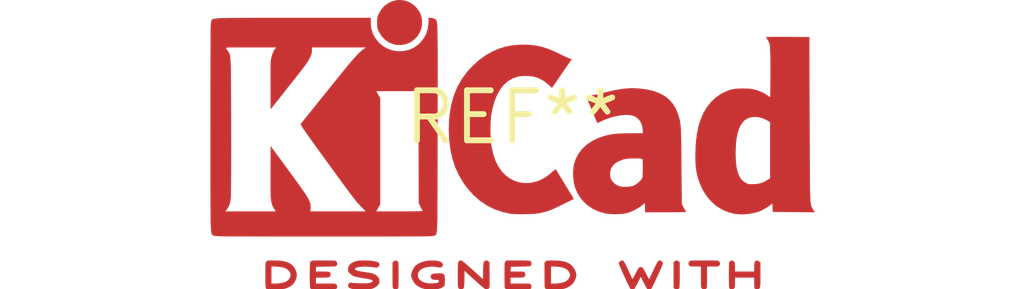
<source format=kicad_pcb>
(kicad_pcb (version 20240108) (generator pcbnew)
  (layers (0 "F.Cu" signal) (31 "B.Cu" signal) (34 "B.Paste" user) (35 "F.Paste" user) (36 "B.SilkS" user "B.Silkscreen") (37 "F.SilkS" user "F.Silkscreen") (38 "B.Mask" user) (39 "F.Mask" user) (44 "Edge.Cuts" user))
  (net 0 "")
  (footprint "KiCad-Logo2_6mm_Copper" (layer "F.Cu") (at 0 0)
    (property "Reference" "REF**")
    (property "Value" "KiCad-Logo2_6mm_Copper")
    (fp_poly (pts (xy 4.200322 3.642069) (xy 4.224035 3.656839) (xy 4.250686 3.678419) (xy 4.250686 3.999965) (xy 4.250601 4.094022) (xy 4.250237 4.168124) (xy 4.249432 4.224896) (xy 4.248021 4.26696) (xy 4.245841 4.29694) (xy 4.242729 4.317459) (xy 4.238522 4.331141) (xy 4.233056 4.340608) (xy 4.22918 4.345274) (xy 4.197742 4.365767) (xy 4.161941 4.364931) (xy 4.130581 4.347456) (xy 4.10393 4.325876) (xy 4.10393 3.678419) (xy 4.130581 3.656839) (xy 4.156302 3.641141) (xy 4.177308 3.635259) (xy 4.200322 3.642069)) (layer "F.Cu") (stroke (width 0.01)) (fill solid))
    (fp_poly (pts (xy -2.912114 3.657837) (xy -2.905534 3.66541) (xy -2.900371 3.675179) (xy -2.896456 3.689763) (xy -2.893616 3.711777) (xy -2.891679 3.74384) (xy -2.890475 3.788567) (xy -2.889831 3.848577) (xy -2.889576 3.926486) (xy -2.889537 4.002148) (xy -2.889606 4.095994) (xy -2.88993 4.169881) (xy -2.890678 4.226424) (xy -2.892024 4.268241) (xy -2.894138 4.297949) (xy -2.897192 4.318165) (xy -2.901358 4.331506) (xy -2.906808 4.34059) (xy -2.912114 4.346459) (xy -2.945118 4.366139) (xy -2.980283 4.364373) (xy -3.011747 4.342909) (xy -3.018976 4.334529) (xy -3.024626 4.324806) (xy -3.028891 4.311053) (xy -3.031965 4.290581) (xy -3.034044 4.260704) (xy -3.035322 4.218733) (xy -3.035993 4.161981) (xy -3.036251 4.087759) (xy -3.036292 4.003729) (xy -3.036292 3.690677) (xy -3.008583 3.662968) (xy -2.974429 3.639655) (xy -2.941298 3.638815) (xy -2.912114 3.657837)) (layer "F.Cu") (stroke (width 0.01)) (fill solid))
    (fp_poly (pts (xy -2.726079 -2.96351) (xy -2.622973 -2.927762) (xy -2.526978 -2.871493) (xy -2.441247 -2.794712) (xy -2.36893 -2.697427) (xy -2.336445 -2.636108) (xy -2.308332 -2.55034) (xy -2.294705 -2.451323) (xy -2.296214 -2.349529) (xy -2.312969 -2.257286) (xy -2.358763 -2.144568) (xy -2.425168 -2.046793) (xy -2.508809 -1.965885) (xy -2.606312 -1.903768) (xy -2.7143 -1.862366) (xy -2.829399 -1.843603) (xy -2.948234 -1.849402) (xy -3.006811 -1.861794) (xy -3.120972 -1.906203) (xy -3.222365 -1.973967) (xy -3.308545 -2.062999) (xy -3.377066 -2.171209) (xy -3.382864 -2.183027) (xy -3.402904 -2.227372) (xy -3.415487 -2.26472) (xy -3.422319 -2.30412) (xy -3.425105 -2.354619) (xy -3.425568 -2.409567) (xy -3.424803 -2.475585) (xy -3.421352 -2.523311) (xy -3.413477 -2.561897) (xy -3.399443 -2.600494) (xy -3.38212 -2.638574) (xy -3.317505 -2.746672) (xy -3.237934 -2.834197) (xy -3.14656 -2.901159) (xy -3.046536 -2.947564) (xy -2.941012 -2.973419) (xy -2.833142 -2.978732) (xy -2.726079 -2.96351)) (layer "F.Cu") (stroke (width 0.01)) (fill solid))
    (fp_poly (pts (xy 4.974773 3.635355) (xy 5.05348 3.635734) (xy 5.114571 3.636525) (xy 5.160525 3.637862) (xy 5.193822 3.639875) (xy 5.216944 3.642698) (xy 5.23237 3.646461) (xy 5.242579 3.651297) (xy 5.247521 3.655014) (xy 5.273165 3.68755) (xy 5.276267 3.72133) (xy 5.260419 3.752018) (xy 5.250056 3.764281) (xy 5.238904 3.772642) (xy 5.222743 3.777849) (xy 5.19735 3.780649) (xy 5.158506 3.781788) (xy 5.101988 3.782013) (xy 5.090888 3.782014) (xy 4.944952 3.782014) (xy 4.944952 4.052948) (xy 4.944856 4.138346) (xy 4.944419 4.204056) (xy 4.94342 4.252966) (xy 4.941636 4.287965) (xy 4.938845 4.311941) (xy 4.934825 4.327785) (xy 4.929353 4.338383) (xy 4.922374 4.346459) (xy 4.889442 4.366304) (xy 4.855062 4.36474) (xy 4.823884 4.342098) (xy 4.821594 4.339292) (xy 4.814137 4.328684) (xy 4.808455 4.316273) (xy 4.804309 4.299042) (xy 4.801458 4.273976) (xy 4.799662 4.238059) (xy 4.79868 4.188275) (xy 4.798272 4.121609) (xy 4.798197 4.045781) (xy 4.798197 3.782014) (xy 4.658835 3.782014) (xy 4.59903 3.78161) (xy 4.557626 3.780032) (xy 4.530456 3.776739) (xy 4.513354 3.771184) (xy 4.502151 3.762823) (xy 4.500791 3.76137) (xy 4.484433 3.728131) (xy 4.48588 3.690554) (xy 4.504686 3.657837) (xy 4.511958 3.65149) (xy 4.521335 3.646458) (xy 4.535317 3.642588) (xy 4.556404 3.639729) (xy 4.587097 3.637727) (xy 4.629897 3.636431) (xy 4.687303 3.63569) (xy 4.761818 3.63535) (xy 4.855941 3.63526) (xy 4.875968 3.635259) (xy 4.974773 3.635355)) (layer "F.Cu") (stroke (width 0.01)) (fill solid))
    (fp_poly (pts (xy 6.240531 3.640725) (xy 6.27191 3.662968) (xy 6.299619 3.690677) (xy 6.299619 4.000112) (xy 6.299546 4.091991) (xy 6.299203 4.164032) (xy 6.2984 4.218972) (xy 6.296949 4.259552) (xy 6.29466 4.288509) (xy 6.291344 4.308583) (xy 6.286813 4.322513) (xy 6.280877 4.333037) (xy 6.276222 4.339292) (xy 6.245491 4.363865) (xy 6.210204 4.366533) (xy 6.177953 4.351463) (xy 6.167296 4.342566) (xy 6.160172 4.330749) (xy 6.155875 4.311718) (xy 6.153699 4.281184) (xy 6.152936 4.234854) (xy 6.152863 4.199063) (xy 6.152863 4.064237) (xy 5.656152 4.064237) (xy 5.656152 4.186892) (xy 5.655639 4.242979) (xy 5.653584 4.281525) (xy 5.649216 4.307553) (xy 5.641764 4.326089) (xy 5.632755 4.339292) (xy 5.601852 4.363796) (xy 5.566904 4.366698) (xy 5.533446 4.349281) (xy 5.524312 4.340151) (xy 5.51786 4.328047) (xy 5.513605 4.309193) (xy 5.51106 4.279812) (xy 5.509737 4.236129) (xy 5.509151 4.174367) (xy 5.509083 4.160192) (xy 5.508599 4.043823) (xy 5.508349 3.947919) (xy 5.508431 3.870369) (xy 5.508939 3.809061) (xy 5.50997 3.761882) (xy 5.511621 3.726722) (xy 5.513987 3.701468) (xy 5.517165 3.684009) (xy 5.521252 3.672233) (xy 5.526342 3.664027) (xy 5.531974 3.657837) (xy 5.563836 3.638036) (xy 5.597065 3.640725) (xy 5.628443 3.662968) (xy 5.641141 3.677318) (xy 5.649234 3.69317) (xy 5.65375 3.715746) (xy 5.655714 3.75027) (xy 5.656152 3.801968) (xy 5.656152 3.917481) (xy 6.152863 3.917481) (xy 6.152863 3.798948) (xy 6.15337 3.74434) (xy 6.155406 3.707467) (xy 6.159743 3.683499) (xy 6.167155 3.667607) (xy 6.175441 3.657837) (xy 6.207302 3.638036) (xy 6.240531 3.640725)) (layer "F.Cu") (stroke (width 0.01)) (fill solid))
    (fp_poly (pts (xy 1.030017 3.635467) (xy 1.158996 3.639828) (xy 1.268699 3.653053) (xy 1.360934 3.675933) (xy 1.43751 3.709262) (xy 1.500235 3.75383) (xy 1.55092 3.810428) (xy 1.591371 3.87985) (xy 1.592167 3.881543) (xy 1.616309 3.943675) (xy 1.624911 3.998701) (xy 1.617939 4.054079) (xy 1.595362 4.117265) (xy 1.59108 4.126881) (xy 1.56188 4.183158) (xy 1.529064 4.226643) (xy 1.48671 4.263609) (xy 1.428898 4.300327) (xy 1.425539 4.302244) (xy 1.375212 4.326419) (xy 1.318329 4.344474) (xy 1.251235 4.357031) (xy 1.170273 4.364714) (xy 1.07179 4.368145) (xy 1.036994 4.368443) (xy 0.871302 4.369037) (xy 0.847905 4.339292) (xy 0.840965 4.329511) (xy 0.83555 4.318089) (xy 0.831473 4.302287) (xy 0.828545 4.279367) (xy 0.826575 4.246588) (xy 0.825933 4.222281) (xy 0.982552 4.222281) (xy 1.076434 4.222281) (xy 1.131372 4.220675) (xy 1.187768 4.216447) (xy 1.234053 4.210484) (xy 1.236847 4.209982) (xy 1.319056 4.187928) (xy 1.382822 4.154792) (xy 1.43016 4.109039) (xy 1.46309 4.049131) (xy 1.468816 4.033253) (xy 1.474429 4.008525) (xy 1.471999 3.984094) (xy 1.460175 3.951592) (xy 1.453048 3.935626) (xy 1.429708 3.893198) (xy 1.401588 3.863432) (xy 1.370648 3.842703) (xy 1.308674 3.815729) (xy 1.229359 3.79619) (xy 1.136961 3.784938) (xy 1.070041 3.782462) (xy 0.982552 3.782014) (xy 0.982552 4.222281) (xy 0.825933 4.222281) (xy 0.825376 4.201213) (xy 0.824758 4.140503) (xy 0.824533 4.061718) (xy 0.824508 4.000112) (xy 0.824508 3.690677) (xy 0.852217 3.662968) (xy 0.864514 3.651736) (xy 0.877811 3.644045) (xy 0.89638 3.639232) (xy 0.924494 3.636638) (xy 0.966425 3.635602) (xy 1.026445 3.635462) (xy 1.030017 3.635467)) (layer "F.Cu") (stroke (width 0.01)) (fill solid))
    (fp_poly (pts (xy -6.109663 3.635258) (xy -6.070181 3.635659) (xy -5.954492 3.638451) (xy -5.857603 3.646742) (xy -5.776211 3.661424) (xy -5.707015 3.683385) (xy -5.646712 3.713514) (xy -5.592 3.752702) (xy -5.572459 3.769724) (xy -5.540042 3.809555) (xy -5.510812 3.863605) (xy -5.488283 3.923515) (xy -5.475971 3.980931) (xy -5.474692 4.002148) (xy -5.482709 4.060961) (xy -5.504191 4.125205) (xy -5.535291 4.186013) (xy -5.572158 4.234522) (xy -5.578146 4.240374) (xy -5.628871 4.281513) (xy -5.684417 4.313627) (xy -5.747988 4.337557) (xy -5.822786 4.354145) (xy -5.912014 4.364233) (xy -6.018874 4.368661) (xy -6.06782 4.369037) (xy -6.130054 4.368737) (xy -6.17382 4.367484) (xy -6.203223 4.364746) (xy -6.222371 4.359993) (xy -6.235369 4.352693) (xy -6.242337 4.346459) (xy -6.248918 4.338886) (xy -6.25408 4.329116) (xy -6.257995 4.314532) (xy -6.260835 4.292518) (xy -6.262772 4.260456) (xy -6.263976 4.215728) (xy -6.26462 4.155718) (xy -6.264875 4.077809) (xy -6.264914 4.002148) (xy -6.265162 3.901233) (xy -6.265109 3.820619) (xy -6.264149 3.782014) (xy -6.118159 3.782014) (xy -6.118159 4.222281) (xy -6.025026 4.222196) (xy -5.968985 4.220588) (xy -5.910291 4.216448) (xy -5.86132 4.210656) (xy -5.85983 4.210418) (xy -5.780684 4.191282) (xy -5.719294 4.161479) (xy -5.672597 4.11907) (xy -5.642927 4.073153) (xy -5.624645 4.022218) (xy -5.626063 3.974392) (xy -5.64728 3.923125) (xy -5.688781 3.870091) (xy -5.74629 3.830792) (xy -5.821042 3.804523) (xy -5.871 3.795227) (xy -5.927708 3.788699) (xy -5.987811 3.783974) (xy -6.038931 3.782009) (xy -6.041959 3.782) (xy -6.118159 3.782014) (xy -6.264149 3.782014) (xy -6.263552 3.758043) (xy -6.25929 3.711247) (xy -6.251122 3.67797) (xy -6.237848 3.655951) (xy -6.218266 3.642931) (xy -6.191175 3.636649) (xy -6.155374 3.634845) (xy -6.109663 3.635258)) (layer "F.Cu") (stroke (width 0.01)) (fill solid))
    (fp_poly (pts (xy -1.288406 3.63964) (xy -1.26484 3.653465) (xy -1.234027 3.676073) (xy -1.19437 3.70853) (xy -1.144272 3.7519) (xy -1.082135 3.80725) (xy -1.006364 3.875643) (xy -0.919626 3.954276) (xy -0.739003 4.11807) (xy -0.733359 3.898221) (xy -0.731321 3.822543) (xy -0.729355 3.766186) (xy -0.727026 3.725898) (xy -0.723898 3.698427) (xy -0.719537 3.680521) (xy -0.713508 3.668929) (xy -0.705376 3.6604) (xy -0.701064 3.656815) (xy -0.666533 3.637862) (xy -0.633675 3.640633) (xy -0.60761 3.656825) (xy -0.580959 3.678391) (xy -0.577644 3.993343) (xy -0.576727 4.085971) (xy -0.57626 4.158736) (xy -0.576405 4.214353) (xy -0.577324 4.255534) (xy -0.579179 4.284995) (xy -0.582131 4.305447) (xy -0.586342 4.319605) (xy -0.591974 4.330183) (xy -0.598219 4.338666) (xy -0.611731 4.354399) (xy -0.625175 4.364828) (xy -0.640416 4.368831) (xy -0.659318 4.365286) (xy -0.683747 4.353071) (xy -0.715565 4.331063) (xy -0.75664 4.298141) (xy -0.808834 4.253183) (xy -0.874014 4.195067) (xy -0.947848 4.128291) (xy -1.213137 3.88765) (xy -1.218781 4.106781) (xy -1.220823 4.18232) (xy -1.222794 4.238546) (xy -1.225131 4.278716) (xy -1.228273 4.306088) (xy -1.232656 4.32392) (xy -1.238716 4.335471) (xy -1.246892 4.343999) (xy -1.251076 4.347474) (xy -1.288057 4.366564) (xy -1.323 4.363685) (xy -1.353428 4.339292) (xy -1.360389 4.329478) (xy -1.365815 4.318018) (xy -1.369895 4.30216) (xy -1.372821 4.279155) (xy -1.374784 4.246254) (xy -1.375975 4.200708) (xy -1.376584 4.139765) (xy -1.376803 4.060678) (xy -1.376826 4.002148) (xy -1.376752 3.910599) (xy -1.376405 3.838879) (xy -1.375593 3.784237) (xy -1.374125 3.743924) (xy -1.371811 3.71519) (xy -1.368459 3.695285) (xy -1.36388 3.68146) (xy -1.357881 3.670964) (xy -1.353428 3.665003) (xy -1.342142 3.650883) (xy -1.331593 3.640221) (xy -1.320185 3.634084) (xy -1.306322 3.633535) (xy -1.288406 3.63964)) (layer "F.Cu") (stroke (width 0.01)) (fill solid))
    (fp_poly (pts (xy -1.938373 3.640791) (xy -1.869857 3.652287) (xy -1.817235 3.670159) (xy -1.783 3.693691) (xy -1.773671 3.707116) (xy -1.764185 3.73834) (xy -1.770569 3.766587) (xy -1.790722 3.793374) (xy -1.822037 3.805905) (xy -1.867475 3.804888) (xy -1.902618 3.798098) (xy -1.980711 3.785163) (xy -2.060518 3.783934) (xy -2.149847 3.794433) (xy -2.174521 3.798882) (xy -2.257583 3.8223) (xy -2.322565 3.857137) (xy -2.368753 3.902796) (xy -2.395437 3.958686) (xy -2.400955 3.98758) (xy -2.397343 4.046204) (xy -2.374021 4.098071) (xy -2.333116 4.14217) (xy -2.276751 4.177491) (xy -2.207052 4.203021) (xy -2.126144 4.217751) (xy -2.036152 4.22067) (xy -1.939202 4.210767) (xy -1.933728 4.209833) (xy -1.895167 4.202651) (xy -1.873786 4.195713) (xy -1.864519 4.185419) (xy -1.862298 4.168168) (xy -1.862248 4.159033) (xy -1.862248 4.120681) (xy -1.930723 4.120681) (xy -1.991192 4.116539) (xy -2.032457 4.103339) (xy -2.056467 4.079922) (xy -2.065169 4.045128) (xy -2.065275 4.040586) (xy -2.060184 4.010846) (xy -2.042725 3.989611) (xy -2.010231 3.975558) (xy -1.960035 3.967365) (xy -1.911415 3.964353) (xy -1.840748 3.962625) (xy -1.78949 3.965262) (xy -1.754531 3.974992) (xy -1.732762 3.994545) (xy -1.721072 4.026648) (xy -1.716352 4.07403) (xy -1.715492 4.136263) (xy -1.716901 4.205727) (xy -1.72114 4.252978) (xy -1.728228 4.278204) (xy -1.729603 4.28018) (xy -1.76852 4.3117) (xy -1.825578 4.336662) (xy -1.897161 4.354532) (xy -1.97965 4.364778) (xy -2.069431 4.366865) (xy -2.162884 4.36026) (xy -2.217848 4.352148) (xy -2.304058 4.327746) (xy -2.384184 4.287854) (xy -2.451269 4.236079) (xy -2.461465 4.225731) (xy -2.494594 4.182227) (xy -2.524486 4.12831) (xy -2.547649 4.071784) (xy -2.56059 4.020451) (xy -2.56215 4.000736) (xy -2.55551 3.959611) (xy -2.53786 3.908444) (xy -2.512589 3.854586) (xy -2.483081 3.805387) (xy -2.457011 3.772526) (xy -2.396057 3.723644) (xy -2.317261 3.684737) (xy -2.223449 3.656686) (xy -2.117442 3.640371) (xy -2.020292 3.636384) (xy -1.938373 3.640791)) (layer "F.Cu") (stroke (width 0.01)) (fill solid))
    (fp_poly (pts (xy 0.242051 3.635452) (xy 0.318409 3.636366) (xy 0.376925 3.638503) (xy 0.419963 3.642367) (xy 0.449891 3.648459) (xy 0.469076 3.657282) (xy 0.479884 3.669338) (xy 0.484681 3.685131) (xy 0.485835 3.705162) (xy 0.485841 3.707527) (xy 0.484839 3.730184) (xy 0.480104 3.747695) (xy 0.469041 3.760766) (xy 0.449056 3.770105) (xy 0.417554 3.776419) (xy 0.37194 3.780414) (xy 0.309621 3.782798) (xy 0.228001 3.784278) (xy 0.202985 3.784606) (xy -0.039092 3.787659) (xy -0.042478 3.85257) (xy -0.045863 3.917481) (xy 0.122284 3.917481) (xy 0.187974 3.917723) (xy 0.23488 3.918748) (xy 0.266791 3.921003) (xy 0.287499 3.924934) (xy 0.300792 3.93099) (xy 0.310463 3.939616) (xy 0.310525 3.939685) (xy 0.328064 3.973304) (xy 0.32743 4.00964) (xy 0.309022 4.040615) (xy 0.305379 4.043799) (xy 0.292449 4.052004) (xy 0.274732 4.057713) (xy 0.248278 4.061354) (xy 0.20914 4.063359) (xy 0.15337 4.064156) (xy 0.117702 4.064237) (xy -0.044737 4.064237) (xy -0.044737 4.222281) (xy 0.201869 4.222281) (xy 0.283288 4.222423) (xy 0.345118 4.223006) (xy 0.390345 4.22426) (xy 0.421956 4.226419) (xy 0.442939 4.229715) (xy 0.456281 4.234381) (xy 0.464969 4.240649) (xy 0.467158 4.242925) (xy 0.483322 4.274472) (xy 0.484505 4.31036) (xy 0.471244 4.341477) (xy 0.460751 4.351463) (xy 0.449837 4.356961) (xy 0.432925 4.361214) (xy 0.407341 4.364372) (xy 0.370409 4.366584) (xy 0.319454 4.367998) (xy 0.251802 4.368764) (xy 0.164777 4.36903) (xy 0.145102 4.369037) (xy 0.056619 4.368979) (xy -0.012065 4.368659) (xy -0.063728 4.367859) (xy -0.101147 4.366359) (xy -0.127102 4.363941) (xy -0.14437 4.360386) (xy -0.15573 4.355474) (xy -0.16396 4.348987) (xy -0.168475 4.34433) (xy -0.175271 4.336081) (xy -0.18058 4.325861) (xy -0.184586 4.310992) (xy -0.187471 4.288794) (xy -0.189418 4.256585) (xy -0.190611 4.211688) (xy -0.191231 4.15142) (xy -0.191463 4.073103) (xy -0.191492 4.007186) (xy -0.191421 3.91482) (xy -0.191084 3.842309) (xy -0.190294 3.786929) (xy -0.188866 3.745957) (xy -0.186613 3.71667) (xy -0.183349 3.696345) (xy -0.178888 3.682258) (xy -0.173044 3.671687) (xy -0.168095 3.665003) (xy -0.144698 3.635259) (xy 0.145482 3.635259) (xy 0.242051 3.635452)) (layer "F.Cu") (stroke (width 0.01)) (fill solid))
    (fp_poly (pts (xy -4.701086 3.635338) (xy -4.631678 3.63571) (xy -4.579289 3.636577) (xy -4.541139 3.638138) (xy -4.514451 3.640595) (xy -4.496445 3.644149) (xy -4.484341 3.649002) (xy -4.475361 3.655353) (xy -4.47211 3.658276) (xy -4.452335 3.689334) (xy -4.448774 3.72502) (xy -4.461783 3.756702) (xy -4.467798 3.763105) (xy -4.477527 3.769313) (xy -4.493193 3.774102) (xy -4.5177 3.777706) (xy -4.553953 3.780356) (xy -4.604857 3.782287) (xy -4.673318 3.783731) (xy -4.735909 3.78461) (xy -4.983626 3.787659) (xy -4.987011 3.85257) (xy -4.990397 3.917481) (xy -4.82225 3.917481) (xy -4.749251 3.918111) (xy -4.695809 3.920745) (xy -4.65892 3.926501) (xy -4.63558 3.936496) (xy -4.622786 3.951848) (xy -4.617534 3.973674) (xy -4.616737 3.99393) (xy -4.619215 4.018784) (xy -4.628569 4.037098) (xy -4.647675 4.049829) (xy -4.67941 4.057933) (xy -4.726651 4.062368) (xy -4.792275 4.064091) (xy -4.828093 4.064237) (xy -4.98927 4.064237) (xy -4.98927 4.222281) (xy -4.740914 4.222281) (xy -4.659505 4.222394) (xy -4.597634 4.222904) (xy -4.55226 4.224062) (xy -4.520346 4.226122) (xy -4.498851 4.229338) (xy -4.484735 4.233964) (xy -4.47496 4.240251) (xy -4.469981 4.244859) (xy -4.452902 4.271752) (xy -4.447403 4.295659) (xy -4.455255 4.324859) (xy -4.469981 4.346459) (xy -4.477838 4.353258) (xy -4.48798 4.358538) (xy -4.503136 4.36249) (xy -4.526033 4.365305) (xy -4.559401 4.367174) (xy -4.605967 4.36829) (xy -4.668459 4.368843) (xy -4.749606 4.369025) (xy -4.791714 4.369037) (xy -4.88189 4.368957) (xy -4.952216 4.36859) (xy -5.005421 4.367744) (xy -5.044232 4.366228) (xy -5.071379 4.363851) (xy -5.08959 4.360421) (xy -5.101592 4.355746) (xy -5.110114 4.349636) (xy -5.113448 4.346459) (xy -5.120047 4.338862) (xy -5.125219 4.329062) (xy -5.129138 4.314431) (xy -5.131976 4.292344) (xy -5.133907 4.260174) (xy -5.135104 4.215295) (xy -5.13574 4.155081) (xy -5.135989 4.076905) (xy -5.136026 4.004115) (xy -5.135992 3.910899) (xy -5.135757 3.837623) (xy -5.135122 3.78165) (xy -5.133886 3.740343) (xy -5.131848 3.711064) (xy -5.128809 3.691176) (xy -5.124569 3.678042) (xy -5.118927 3.669024) (xy -5.111683 3.661485) (xy -5.109898 3.659804) (xy -5.101237 3.652364) (xy -5.091174 3.646601) (xy -5.076917 3.642304) (xy -5.055675 3.639256) (xy -5.024656 3.637243) (xy -4.981069 3.636052) (xy -4.922123 3.635467) (xy -4.845026 3.635275) (xy -4.790293 3.635259) (xy -4.701086 3.635338)) (layer "F.Cu") (stroke (width 0.01)) (fill solid))
    (fp_poly (pts (xy 3.756373 3.637226) (xy 3.775963 3.644227) (xy 3.776718 3.644569) (xy 3.803321 3.66487) (xy 3.817978 3.685753) (xy 3.820846 3.695544) (xy 3.820704 3.708553) (xy 3.816669 3.727087) (xy 3.807854 3.753449) (xy 3.793377 3.789944) (xy 3.772353 3.838879) (xy 3.743896 3.902557) (xy 3.707123 3.983285) (xy 3.686883 4.027408) (xy 3.650333 4.106177) (xy 3.616023 4.178615) (xy 3.58526 4.242072) (xy 3.559356 4.2939) (xy 3.539618 4.331451) (xy 3.527358 4.352076) (xy 3.524932 4.354925) (xy 3.493891 4.367494) (xy 3.458829 4.365811) (xy 3.430708 4.350524) (xy 3.429562 4.349281) (xy 3.418376 4.332346) (xy 3.399612 4.299362) (xy 3.375583 4.254572) (xy 3.348605 4.202224) (xy 3.338909 4.182934) (xy 3.265722 4.036342) (xy 3.185948 4.195585) (xy 3.157475 4.250607) (xy 3.131058 4.298324) (xy 3.108856 4.335085) (xy 3.093027 4.357236) (xy 3.087662 4.361933) (xy 3.045965 4.368294) (xy 3.011557 4.354925) (xy 3.001436 4.340638) (xy 2.983922 4.308884) (xy 2.960443 4.262789) (xy 2.932428 4.205477) (xy 2.901307 4.140072) (xy 2.868507 4.069699) (xy 2.835458 3.997483) (xy 2.803589 3.926547) (xy 2.774327 3.860017) (xy 2.749103 3.801018) (xy 2.729344 3.752673) (xy 2.71648 3.718107) (xy 2.711939 3.700445) (xy 2.711985 3.699805) (xy 2.723034 3.67758) (xy 2.745118 3.654945) (xy 2.746418 3.65396) (xy 2.773561 3.638617) (xy 2.798666 3.638766) (xy 2.808076 3.641658) (xy 2.819542 3.64791) (xy 2.831718 3.660206) (xy 2.846065 3.6811) (xy 2.864044 3.713141) (xy 2.887115 3.75888) (xy 2.916738 3.820869) (xy 2.943453 3.87809) (xy 2.974188 3.944418) (xy 3.001729 4.004066) (xy 3.024646 4.053917) (xy 3.041506 4.090856) (xy 3.050881 4.111765) (xy 3.052248 4.115037) (xy 3.058397 4.109689) (xy 3.07253 4.087301) (xy 3.092765 4.051138) (xy 3.117223 4.004469) (xy 3.126956 3.985214) (xy 3.159925 3.920196) (xy 3.185351 3.872846) (xy 3.20532 3.840411) (xy 3.221918 3.820138) (xy 3.237232 3.809274) (xy 3.253348 3.805067) (xy 3.263851 3.804592) (xy 3.282378 3.806234) (xy 3.298612 3.813023) (xy 3.314743 3.827758) (xy 3.332959 3.853236) (xy 3.355447 3.892253) (xy 3.384397 3.947606) (xy 3.40037 3.979095) (xy 3.426278 4.029279) (xy 3.448875 4.070896) (xy 3.466166 4.100434) (xy 3.476158 4.114381) (xy 3.477517 4.114962) (xy 3.483969 4.103985) (xy 3.498416 4.075482) (xy 3.519411 4.032436) (xy 3.545505 3.97783) (xy 3.575254 3.914646) (xy 3.589888 3.883263) (xy 3.627958 3.80227) (xy 3.658613 3.739948) (xy 3.683445 3.694263) (xy 3.704045 3.663181) (xy 3.722006 3.64467) (xy 3.738918 3.636696) (xy 3.756373 3.637226)) (layer "F.Cu") (stroke (width 0.01)) (fill solid))
    (fp_poly (pts (xy -3.679995 3.636543) (xy -3.60518 3.641773) (xy -3.535598 3.649942) (xy -3.475294 3.660742) (xy -3.428312 3.673865) (xy -3.398698 3.689005) (xy -3.394152 3.693461) (xy -3.378346 3.728042) (xy -3.383139 3.763543) (xy -3.407656 3.793917) (xy -3.408826 3.794788) (xy -3.423246 3.804146) (xy -3.4383 3.809068) (xy -3.459297 3.809665) (xy -3.491549 3.806053) (xy -3.540365 3.798346) (xy -3.544292 3.797697) (xy -3.617031 3.788761) (xy -3.695509 3.784353) (xy -3.774219 3.784311) (xy -3.847653 3.788471) (xy -3.910303 3.796671) (xy -3.956662 3.808749) (xy -3.959708 3.809963) (xy -3.99334 3.828807) (xy -4.005156 3.847877) (xy -3.995906 3.866631) (xy -3.966339 3.884529) (xy -3.917203 3.901029) (xy -3.849249 3.915588) (xy -3.803937 3.922598) (xy -3.709748 3.936081) (xy -3.634836 3.948406) (xy -3.576009 3.960641) (xy -3.530077 3.973853) (xy -3.493847 3.989109) (xy -3.46413 4.007477) (xy -3.437734 4.030023) (xy -3.416522 4.052163) (xy -3.391357 4.083011) (xy -3.378973 4.109537) (xy -3.3751 4.142218) (xy -3.374959 4.154187) (xy -3.377868 4.193904) (xy -3.389494 4.223451) (xy -3.409615 4.249678) (xy -3.450508 4.289768) (xy -3.496109 4.320341) (xy -3.549805 4.342395) (xy -3.614984 4.356927) (xy -3.695036 4.364933) (xy -3.793349 4.36741) (xy -3.809581 4.367369) (xy -3.875141 4.36601) (xy -3.940158 4.362922) (xy -3.997544 4.358548) (xy -4.040214 4.353332) (xy -4.043664 4.352733) (xy -4.086088 4.342683) (xy -4.122072 4.329988) (xy -4.142442 4.318382) (xy -4.161399 4.287764) (xy -4.162719 4.25211) (xy -4.146377 4.220336) (xy -4.142721 4.216743) (xy -4.127607 4.206068) (xy -4.108707 4.201468) (xy -4.079454 4.202251) (xy -4.043943 4.206319) (xy -4.004262 4.209954) (xy -3.948637 4.21302) (xy -3.883698 4.215245) (xy -3.816077 4.216356) (xy -3.798292 4.216429) (xy -3.73042 4.216156) (xy -3.680746 4.214838) (xy -3.644902 4.212019) (xy -3.618516 4.207242) (xy -3.597218 4.200049) (xy -3.584418 4.194059) (xy -3.556292 4.177425) (xy -3.53836 4.16236) (xy -3.535739 4.158089) (xy -3.541268 4.140455) (xy -3.567552 4.123384) (xy -3.61277 4.10765) (xy -3.6751 4.09403) (xy -3.693463 4.090996) (xy -3.789382 4.07593) (xy -3.865933 4.063338) (xy -3.926072 4.052303) (xy -3.972752 4.041912) (xy -4.008929 4.031248) (xy -4.037557 4.019397) (xy -4.06159 4.005443) (xy -4.083984 3.988473) (xy -4.107694 3.96757) (xy -4.115672 3.960241) (xy -4.143645 3.932891) (xy -4.158452 3.911221) (xy -4.164244 3.886424) (xy -4.165181 3.855175) (xy -4.154867 3.793897) (xy -4.124044 3.741832) (xy -4.072887 3.69915) (xy -4.001575 3.666017) (xy -3.950692 3.651156) (xy -3.895392 3.641558) (xy -3.829145 3.636128) (xy -3.755998 3.634559) (xy -3.679995 3.636543)) (layer "F.Cu") (stroke (width 0.01)) (fill solid))
    (fp_poly (pts (xy 0.439962 -1.839501) (xy 0.588014 -1.823293) (xy 0.731452 -1.794282) (xy 0.87611 -1.750955) (xy 1.027824 -1.691799) (xy 1.192428 -1.6153) (xy 1.222071 -1.600483) (xy 1.290098 -1.566969) (xy 1.354256 -1.536792) (xy 1.408215 -1.512834) (xy 1.44564 -1.497976) (xy 1.451389 -1.496105) (xy 1.506486 -1.479598) (xy 1.259851 -1.120799) (xy 1.199552 -1.033107) (xy 1.144422 -0.952988) (xy 1.096336 -0.883164) (xy 1.057168 -0.826353) (xy 1.028794 -0.785277) (xy 1.013087 -0.762654) (xy 1.010536 -0.759072) (xy 1.000171 -0.766562) (xy 0.97466 -0.789082) (xy 0.938563 -0.822539) (xy 0.918642 -0.84145) (xy 0.805773 -0.931222) (xy 0.679014 -0.999439) (xy 0.569783 -1.036805) (xy 0.504214 -1.04854) (xy 0.422116 -1.055692) (xy 0.333144 -1.058126) (xy 0.246956 -1.055712) (xy 0.173205 -1.048317) (xy 0.143776 -1.042653) (xy 0.011133 -0.997018) (xy -0.108394 -0.927337) (xy -0.214717 -0.83374) (xy -0.307747 -0.716351) (xy -0.387395 -0.5753) (xy -0.453574 -0.410714) (xy -0.506194 -0.22272) (xy -0.537467 -0.061783) (xy -0.545626 0.009263) (xy -0.551185 0.101046) (xy -0.554198 0.206968) (xy -0.554719 0.320434) (xy -0.5528 0.434849) (xy -0.548497 0.543617) (xy -0.541863 0.640143) (xy -0.532951 0.717831) (xy -0.531021 0.729817) (xy -0.488501 0.922892) (xy -0.430567 1.093773) (xy -0.356867 1.243224) (xy -0.267049 1.372011) (xy -0.203293 1.441639) (xy -0.088714 1.536173) (xy 0.036942 1.606246) (xy 0.171557 1.651477) (xy 0.313011 1.671484) (xy 0.459183 1.665885) (xy 0.607955 1.6343) (xy 0.695911 1.603394) (xy 0.817629 1.541506) (xy 0.94308 1.452729) (xy 1.013353 1.392694) (xy 1.052811 1.357947) (xy 1.083812 1.332454) (xy 1.101458 1.32017) (xy 1.103648 1.319795) (xy 1.111524 1.332347) (xy 1.131932 1.365516) (xy 1.163132 1.416458) (xy 1.203386 1.482331) (xy 1.250957 1.560289) (xy 1.304104 1.64749) (xy 1.333687 1.696067) (xy 1.559648 2.067215) (xy 1.277527 2.206639) (xy 1.175522 2.256719) (xy 1.092889 2.29621) (xy 1.024578 2.327073) (xy 0.965537 2.351268) (xy 0.910714 2.370758) (xy 0.85506 2.387503) (xy 0.793523 2.403465) (xy 0.73454 2.417482) (xy 0.682115 2.428329) (xy 0.627288 2.436526) (xy 0.564572 2.442528) (xy 0.488477 2.44679) (xy 0.393516 2.449767) (xy 0.329513 2.451052) (xy 0.238192 2.45193) (xy 0.150627 2.451487) (xy 0.072612 2.449852) (xy 0.009942 2.447149) (xy -0.031587 2.443505) (xy -0.034048 2.443142) (xy -0.249697 2.396487) (xy -0.452207 2.325729) (xy -0.641505 2.230914) (xy -0.817521 2.112089) (xy -0.980184 1.9693) (xy -1.129422 1.802594) (xy -1.237504 1.654433) (xy -1.352566 1.460502) (xy -1.445577 1.255699) (xy -1.516987 1.038383) (xy -1.567244 0.806912) (xy -1.596799 0.559643) (xy -1.606111 0.308559) (xy -1.598452 0.06567) (xy -1.574387 -0.15843) (xy -1.533148 -0.367523) (xy -1.473973 -0.565387) (xy -1.396096 -0.755804) (xy -1.386797 -0.775532) (xy -1.284352 -0.959941) (xy -1.158528 -1.135424) (xy -1.012888 -1.29835) (xy -0.850999 -1.445086) (xy -0.676424 -1.571999) (xy -0.513756 -1.665095) (xy -0.349427 -1.738009) (xy -0.184749 -1.790826) (xy -0.013348 -1.824985) (xy 0.171153 -1.841922) (xy 0.281459 -1.84442) (xy 0.439962 -1.839501)) (layer "F.Cu") (stroke (width 0.01)) (fill solid))
    (fp_poly (pts (xy 6.84227 -2.043175) (xy 6.959041 -2.042696) (xy 6.998729 -2.042455) (xy 7.544486 -2.038865) (xy 7.551351 0.054919) (xy 7.552258 0.338842) (xy 7.553062 0.59664) (xy 7.553815 0.829646) (xy 7.554569 1.039194) (xy 7.555375 1.226618) (xy 7.556285 1.39325) (xy 7.557351 1.540425) (xy 7.558624 1.669477) (xy 7.560156 1.781739) (xy 7.561998 1.878544) (xy 7.564203 1.961226) (xy 7.566822 2.031119) (xy 7.569906 2.089557) (xy 7.573508 2.137872) (xy 7.577678 2.1774) (xy 7.582469 2.209473) (xy 7.587931 2.235424) (xy 7.594118 2.256589) (xy 7.60108 2.274299) (xy 7.608869 2.289889) (xy 7.617537 2.304693) (xy 7.627135 2.320044) (xy 7.637715 2.337276) (xy 7.639884 2.340946) (xy 7.676268 2.403031) (xy 7.150431 2.399434) (xy 6.624594 2.395838) (xy 6.617729 2.280331) (xy 6.613992 2.224899) (xy 6.610097 2.192851) (xy 6.604811 2.180135) (xy 6.596903 2.182696) (xy 6.59027 2.190024) (xy 6.561374 2.216714) (xy 6.514279 2.251021) (xy 6.45562 2.288846) (xy 6.392031 2.32609) (xy 6.330149 2.358653) (xy 6.282634 2.380077) (xy 6.171316 2.415283) (xy 6.043596 2.440222) (xy 5.908901 2.453941) (xy 5.776663 2.455486) (xy 5.656308 2.443906) (xy 5.654326 2.443574) (xy 5.489641 2.40225) (xy 5.335479 2.336412) (xy 5.193328 2.247474) (xy 5.064675 2.136852) (xy 4.951007 2.005961) (xy 4.85381 1.856216) (xy 4.774572 1.689033) (xy 4.73143 1.56519) (xy 4.702979 1.461581) (xy 4.68188 1.361252) (xy 4.667488 1.258109) (xy 4.659158 1.146057) (xy 4.656245 1.019001) (xy 4.657535 0.915252) (xy 5.67065 0.915252) (xy 5.675444 1.089222) (xy 5.690568 1.238895) (xy 5.716485 1.365597) (xy 5.753663 1.470658) (xy 5.802565 1.555406) (xy 5.863658 1.621169) (xy 5.934177 1.667659) (xy 5.970871 1.685014) (xy 6.002696 1.695419) (xy 6.038177 1.700179) (xy 6.085841 1.700601) (xy 6.137189 1.698748) (xy 6.238169 1.689841) (xy 6.318035 1.672398) (xy 6.343135 1.663661) (xy 6.400448 1.637857) (xy 6.460897 1.605453) (xy 6.487297 1.589233) (xy 6.555946 1.544205) (xy 6.555946 0.116982) (xy 6.480432 0.071718) (xy 6.375121 0.020572) (xy 6.267525 -0.009676) (xy 6.161581 -0.019205) (xy 6.061224 -0.008193) (xy 5.970387 0.023181) (xy 5.893007 0.07474) (xy 5.868039 0.099488) (xy 5.807856 0.180577) (xy 5.759145 0.278734) (xy 5.721499 0.395643) (xy 5.694512 0.532985) (xy 5.677775 0.692444) (xy 5.670883 0.8757) (xy 5.67065 0.915252) (xy 4.657535 0.915252) (xy 4.658073 0.872067) (xy 4.669647 0.646053) (xy 4.69292 0.442192) (xy 4.728504 0.257513) (xy 4.777013 0.089048) (xy 4.83906 -0.066174) (xy 4.861201 -0.112192) (xy 4.950385 -0.262261) (xy 5.058159 -0.395623) (xy 5.18199 -0.510123) (xy 5.319342 -0.603611) (xy 5.467683 -0.673932) (xy 5.556604 -0.70294) (xy 5.643933 -0.72016) (xy 5.749011 -0.730406) (xy 5.863029 -0.733682) (xy 5.977177 -0.729991) (xy 6.082648 -0.71934) (xy 6.167334 -0.70263) (xy 6.268128 -0.66986) (xy 6.365822 -0.627721) (xy 6.451296 -0.580481) (xy 6.496789 -0.548419) (xy 6.528169 -0.524578) (xy 6.550142 -0.510061) (xy 6.555141 -0.508) (xy 6.55669 -0.521282) (xy 6.558135 -0.559337) (xy 6.559443 -0.619481) (xy 6.560583 -0.699027) (xy 6.561521 -0.795289) (xy 6.562226 -0.905581) (xy 6.562667 -1.027219) (xy 6.562811 -1.151115) (xy 6.56273 -1.309804) (xy 6.562335 -1.443592) (xy 6.561395 -1.55504) (xy 6.55968 -1.646705) (xy 6.556957 -1.721147) (xy 6.552997 -1.780925) (xy 6.547569 -1.828598) (xy 6.540441 -1.866726) (xy 6.531384 -1.897866) (xy 6.520167 -1.924579) (xy 6.506558 -1.949423) (xy 6.490328 -1.974957) (xy 6.48824 -1.978119) (xy 6.467306 -2.01119) (xy 6.454667 -2.033931) (xy 6.452973 -2.038728) (xy 6.466216 -2.040241) (xy 6.504002 -2.041472) (xy 6.563416 -2.042401) (xy 6.641542 -2.043008) (xy 6.735465 -2.043273) (xy 6.84227 -2.043175)) (layer "F.Cu") (stroke (width 0.01)) (fill solid))
    (fp_poly (pts (xy 3.167505 -0.735771) (xy 3.235531 -0.730622) (xy 3.430163 -0.704727) (xy 3.602529 -0.663425) (xy 3.75347 -0.606147) (xy 3.883825 -0.532326) (xy 3.994434 -0.441392) (xy 4.086135 -0.332778) (xy 4.15977 -0.205915) (xy 4.213539 -0.068648) (xy 4.227187 -0.024863) (xy 4.239073 0.016141) (xy 4.249334 0.056569) (xy 4.258113 0.09863) (xy 4.265548 0.144531) (xy 4.27178 0.19648) (xy 4.27695 0.256685) (xy 4.281196 0.327352) (xy 4.28466 0.410689) (xy 4.287481 0.508905) (xy 4.2898 0.624205) (xy 4.291757 0.758799) (xy 4.293491 0.914893) (xy 4.295143 1.094695) (xy 4.296324 1.235676) (xy 4.30427 2.203622) (xy 4.355756 2.29677) (xy 4.380137 2.341645) (xy 4.39828 2.376501) (xy 4.406935 2.395054) (xy 4.407243 2.396311) (xy 4.394014 2.397749) (xy 4.356326 2.399074) (xy 4.297183 2.400249) (xy 4.219586 2.401237) (xy 4.126536 2.401999) (xy 4.021035 2.4025) (xy 3.906084 2.402701) (xy 3.892378 2.402703) (xy 3.377513 2.402703) (xy 3.377513 2.286) (xy 3.376635 2.23326) (xy 3.374292 2.192926) (xy 3.370921 2.1713) (xy 3.369431 2.169298) (xy 3.355804 2.177683) (xy 3.327757 2.199692) (xy 3.291303 2.230601) (xy 3.290485 2.231316) (xy 3.223962 2.280843) (xy 3.139948 2.330575) (xy 3.047937 2.375626) (xy 2.957421 2.41111) (xy 2.917567 2.423236) (xy 2.838255 2.438637) (xy 2.740935 2.448465) (xy 2.634516 2.45258) (xy 2.527907 2.450841) (xy 2.430017 2.443108) (xy 2.361513 2.431981) (xy 2.19352 2.382648) (xy 2.042281 2.312342) (xy 1.908782 2.221933) (xy 1.794006 2.112295) (xy 1.698937 1.984299) (xy 1.62456 1.838818) (xy 1.592474 1.750541) (xy 1.572365 1.664739) (xy 1.559038 1.561736) (xy 1.552872 1.451034) (xy 1.553074 1.434925) (xy 2.481648 1.434925) (xy 2.489348 1.517184) (xy 2.514989 1.585546) (xy 2.562378 1.64897) (xy 2.580579 1.667567) (xy 2.645282 1.717846) (xy 2.720066 1.750056) (xy 2.809662 1.765648) (xy 2.904012 1.766796) (xy 2.993501 1.759216) (xy 3.062018 1.744389) (xy 3.091775 1.733253) (xy 3.145408 1.702904) (xy 3.202235 1.660221) (xy 3.254082 1.612317) (xy 3.292778 1.566301) (xy 3.303054 1.549421) (xy 3.311042 1.525782) (xy 3.316721 1.488168) (xy 3.320356 1.432985) (xy 3.322211 1.35664) (xy 3.322594 1.283981) (xy 3.322335 1.19927) (xy 3.321287 1.138018) (xy 3.319045 1.096227) (xy 3.315206 1.069899) (xy 3.309365 1.055035) (xy 3.301118 1.047639) (xy 3.298567 1.046461) (xy 3.2764 1.042833) (xy 3.23268 1.039866) (xy 3.173311 1.037827) (xy 3.104196 1.036983) (xy 3.089189 1.036982) (xy 2.996805 1.038457) (xy 2.925432 1.042842) (xy 2.868719 1.050738) (xy 2.821872 1.06227) (xy 2.705669 1.106215) (xy 2.614543 1.160243) (xy 2.547705 1.225219) (xy 2.504365 1.302005) (xy 2.483734 1.391467) (xy 2.481648 1.434925) (xy 1.553074 1.434925) (xy 1.554244 1.342133) (xy 1.563532 1.244536) (xy 1.570777 1.205105) (xy 1.617039 1.058701) (xy 1.687384 0.923995) (xy 1.780484 0.80228) (xy 1.895012 0.694847) (xy 2.02964 0.602988) (xy 2.18304 0.527996) (xy 2.313459 0.482458) (xy 2.400623 0.458533) (xy 2.483996 0.439943) (xy 2.568976 0.426084) (xy 2.660965 0.416351) (xy 2.765362 0.410141) (xy 2.887568 0.406851) (xy 2.998055 0.405924) (xy 3.325677 0.405027) (xy 3.319401 0.306547) (xy 3.301579 0.199695) (xy 3.263667 0.107852) (xy 3.20728 0.03331) (xy 3.134031 -0.021636) (xy 3.069535 -0.048448) (xy 2.977123 -0.065346) (xy 2.867111 -0.067773) (xy 2.744656 -0.056622) (xy 2.614914 -0.03279) (xy 2.483042 0.00283) (xy 2.354198 0.049343) (xy 2.260566 0.091883) (xy 2.215517 0.113728) (xy 2.181156 0.128984) (xy 2.163681 0.134937) (xy 2.162733 0.134746) (xy 2.156703 0.121412) (xy 2.141645 0.086068) (xy 2.118977 0.032101) (xy 2.090115 -0.037104) (xy 2.056477 -0.11816) (xy 2.022284 -0.200882) (xy 1.885586 -0.532197) (xy 1.98282 -0.548167) (xy 2.024964 -0.55618) (xy 2.088319 -0.569639) (xy 2.167457 -0.587321) (xy 2.256951 -0.608004) (xy 2.351373 -0.630468) (xy 2.388973 -0.639597) (xy 2.551637 -0.677326) (xy 2.69405 -0.705612) (xy 2.821527 -0.725028) (xy 2.939384 -0.736146) (xy 3.052938 -0.739536) (xy 3.167505 -0.735771)) (layer "F.Cu") (stroke (width 0.01)) (fill solid))
    (fp_poly (pts (xy -5.955743 -2.526311) (xy -5.69122 -2.526275) (xy -5.568088 -2.52627) (xy -3.597189 -2.52627) (xy -3.597189 -2.41009) (xy -3.584789 -2.268709) (xy -3.547364 -2.138316) (xy -3.484577 -2.018138) (xy -3.396094 -1.907398) (xy -3.366157 -1.877489) (xy -3.258466 -1.792652) (xy -3.139725 -1.730779) (xy -3.01346 -1.691841) (xy -2.883197 -1.67581) (xy -2.752465 -1.682658) (xy -2.624788 -1.712357) (xy -2.503695 -1.76488) (xy -2.392712 -1.840197) (xy -2.342868 -1.885637) (xy -2.249983 -1.997048) (xy -2.181873 -2.119565) (xy -2.139129 -2.251785) (xy -2.122347 -2.392308) (xy -2.122124 -2.406133) (xy -2.121244 -2.526266) (xy -2.068443 -2.526268) (xy -2.021604 -2.519911) (xy -1.978817 -2.504444) (xy -1.975989 -2.502846) (xy -1.966325 -2.497832) (xy -1.957451 -2.493927) (xy -1.949335 -2.489993) (xy -1.941943 -2.484894) (xy -1.935245 -2.477492) (xy -1.929208 -2.466649) (xy -1.923801 -2.451228) (xy -1.91899 -2.430091) (xy -1.914745 -2.402101) (xy -1.911032 -2.366121) (xy -1.907821 -2.321013) (xy -1.905078 -2.26564) (xy -1.902772 -2.198863) (xy -1.900871 -2.119547) (xy -1.899342 -2.026553) (xy -1.898154 -1.918743) (xy -1.897274 -1.794981) (xy -1.89667 -1.654129) (xy -1.896311 -1.49505) (xy -1.896165 -1.316605) (xy -1.896198 -1.117658) (xy -1.89638 -0.897071) (xy -1.896677 -0.653707) (xy -1.897059 -0.386428) (xy -1.897492 -0.094097) (xy -1.897945 0.224424) (xy -1.897998 0.26323) (xy -1.898404 0.583782) (xy -1.898749 0.878012) (xy -1.899069 1.147056) (xy -1.8994 1.392052) (xy -1.899779 1.614137) (xy -1.900243 1.814447) (xy -1.900828 1.994119) (xy -1.90157 2.15429) (xy -1.902506 2.296098) (xy -1.903673 2.420679) (xy -1.905107 2.52917) (xy -1.906844 2.622707) (xy -1.908922 2.702429) (xy -1.911376 2.769472) (xy -1.914244 2.824973) (xy -1.917561 2.870068) (xy -1.921364 2.905895) (xy -1.92569 2.933591) (xy -1.930575 2.954293) (xy -1.936055 2.969137) (xy -1.942168 2.97926) (xy -1.94895 2.9858) (xy -1.956437 2.989893) (xy -1.964666 2.992676) (xy -1.973673 2.995287) (xy -1.983495 2.998862) (xy -1.985894 2.99995) (xy -1.993435 3.002396) (xy -2.006056 3.004642) (xy -2.024859 3.006698) (xy -2.050947 3.008572) (xy -2.085422 3.010271) (xy -2.129385 3.011803) (xy -2.183939 3.013177) (xy -2.250185 3.0144) (xy -2.329226 3.015481) (xy -2.422163 3.016427) (xy -2.530099 3.017247) (xy -2.654136 3.017947) (xy -2.795376 3.018538) (xy -2.954921 3.019025) (xy -3.133872 3.019419) (xy -3.333332 3.019725) (xy -3.554404 3.019953) (xy -3.798188 3.02011) (xy -4.065787 3.020205) (xy -4.358303 3.020245) (xy -4.676839 3.020238) (xy -4.780021 3.020228) (xy -5.105623 3.020176) (xy -5.404881 3.020091) (xy -5.678909 3.019963) (xy -5.928824 3.019785) (xy -6.15574 3.019548) (xy -6.360773 3.019242) (xy -6.545038 3.01886) (xy -6.70965 3.018392) (xy -6.855725 3.01783) (xy -6.984376 3.017165) (xy -7.096721 3.016388) (xy -7.193874 3.015491) (xy -7.27695 3.014465) (xy -7.347064 3.013301) (xy -7.405332 3.011991) (xy -7.452869 3.010525) (xy -7.49079 3.008896) (xy -7.52021 3.007093) (xy -7.542245 3.00511) (xy -7.55801 3.002936) (xy -7.56862 3.000563) (xy -7.574404 2.998391) (xy -7.584684 2.994056) (xy -7.594122 2.990859) (xy -7.602755 2.987665) (xy -7.610619 2.983338) (xy -7.617748 2.976744) (xy -7.624179 2.966747) (xy -7.629947 2.952212) (xy -7.635089 2.932003) (xy -7.63964 2.904985) (xy -7.643635 2.870023) (xy -7.647111 2.825981) (xy -7.650102 2.771724) (xy -7.652646 2.706117) (xy -7.654777 2.628024) (xy -7.656532 2.53631) (xy -7.657945 2.42984) (xy -7.658315 2.388973) (xy -7.291884 2.388973) (xy -5.996734 2.388973) (xy -6.021655 2.351217) (xy -6.046447 2.312417) (xy -6.06744 2.275469) (xy -6.084935 2.237788) (xy -6.09923 2.196788) (xy -6.110623 2.149883) (xy -6.119413 2.094487) (xy -6.125898 2.028016) (xy -6.130377 1.947883) (xy -6.13315 1.851502) (xy -6.134513 1.736289) (xy -6.134767 1.599657) (xy -6.134209 1.43902) (xy -6.133893 1.379382) (xy -6.130325 0.740041) (xy -5.725298 1.291449) (xy -5.610554 1.447876) (xy -5.511143 1.584088) (xy -5.42599 1.70189) (xy -5.354022 1.803084) (xy -5.294166 1.889477) (xy -5.245348 1.962874) (xy -5.206495 2.025077) (xy -5.176534 2.077893) (xy -5.154391 2.123125) (xy -5.138993 2.162578) (xy -5.129266 2.198058) (xy -5.124137 2.231368) (xy -5.122532 2.264313) (xy -5.123379 2.298697) (xy -5.123595 2.303019) (xy -5.128054 2.389031) (xy -3.708692 2.388973) (xy -3.814265 2.282522) (xy -3.842913 2.253406) (xy -3.87009 2.225076) (xy -3.896989 2.195968) (xy -3.924803 2.16452) (xy -3.954725 2.129169) (xy -3.987946 2.088354) (xy -4.025661 2.040511) (xy -4.06906 1.984079) (xy -4.119338 1.917494) (xy -4.177688 1.839195) (xy -4.2453 1.747619) (xy -4.323369 1.641204) (xy -4.413088 1.518387) (xy -4.515648 1.377605) (xy -4.632242 1.217297) (xy -4.727809 1.085798) (xy -4.847749 0.920596) (xy -4.95238 0.776152) (xy -5.042648 0.651094) (xy -5.119503 0.544052) (xy -5.183891 0.453654) (xy -5.236761 0.378529) (xy -5.27906 0.317304) (xy -5.311736 0.26861) (xy -5.335738 0.231074) (xy -5.352013 0.203325) (xy -5.361508 0.183992) (xy -5.365173 0.171703) (xy -5.364071 0.165242) (xy -5.350724 0.148048) (xy -5.321866 0.111655) (xy -5.27924 0.058224) (xy -5.224585 -0.010081) (xy -5.159644 -0.091097) (xy -5.086158 -0.18266) (xy -5.005868 -0.282608) (xy -4.920515 -0.388776) (xy -4.83184 -0.499003) (xy -4.741586 -0.611124) (xy -4.691944 -0.672756) (xy -3.459373 -0.672756) (xy -3.408146 -0.580081) (xy -3.356919 -0.487405) (xy -3.356919 2.203622) (xy -3.408146 2.296298) (xy -3.459373 2.388973) (xy -2.853396 2.388973) (xy -2.708734 2.388931) (xy -2.589244 2.388741) (xy -2.492642 2.388308) (xy -2.416642 2.387536) (xy -2.358957 2.38633) (xy -2.317301 2.384594) (xy -2.289389 2.382232) (xy -2.272935 2.37915) (xy -2.265652 2.375251) (xy -2.265255 2.37044) (xy -2.269458 2.364622) (xy -2.269501 2.364574) (xy -2.286813 2.339532) (xy -2.309736 2.298815) (xy -2.329981 2.258168) (xy -2.368379 2.176162) (xy -2.376211 -0.672756) (xy -3.459373 -0.672756) (xy -4.691944 -0.672756) (xy -4.651493 -0.722976) (xy -4.563302 -0.832396) (xy -4.478754 -0.937222) (xy -4.399592 -1.035289) (xy -4.327556 -1.124434) (xy -4.264387 -1.202495) (xy -4.211827 -1.267308) (xy -4.171617 -1.31671) (xy -4.148 -1.345513) (xy -4.05629 -1.453222) (xy -3.96806 -1.55042) (xy -3.886403 -1.633924) (xy -3.81441 -1.700552) (xy -3.763319 -1.741401) (xy -3.702907 -1.784865) (xy -5.092298 -1.784865) (xy -5.091908 -1.703334) (xy -5.095791 -1.643394) (xy -5.11039 -1.587823) (xy -5.132988 -1.535145) (xy -5.147678 -1.505385) (xy -5.163472 -1.475897) (xy -5.181814 -1.444724) (xy -5.204145 -1.409907) (xy -5.231909 -1.36949) (xy -5.266549 -1.321514) (xy -5.309507 -1.264022) (xy -5.362227 -1.195057) (xy -5.426151 -1.112661) (xy -5.502721 -1.014876) (xy -5.593381 -0.899745) (xy -5.699574 -0.76531) (xy -5.711568 -0.750141) (xy -6.130325 -0.220588) (xy -6.134378 -0.807078) (xy -6.135195 -0.982749) (xy -6.135021 -1.131468) (xy -6.133849 -1.253725) (xy -6.131669 -1.350011) (xy -6.128474 -1.420817) (xy -6.124256 -1.466631) (xy -6.122838 -1.475321) (xy -6.100591 -1.566865) (xy -6.071443 -1.649392) (xy -6.038182 -1.715747) (xy -6.0182 -1.74389) (xy -5.983722 -1.784865) (xy -6.637914 -1.784865) (xy -6.793969 -1.784731) (xy -6.924467 -1.784297) (xy -7.03131 -1.783511) (xy -7.116398 -1.782324) (xy -7.181635 -1.780683) (xy -7.228921 -1.778539) (xy -7.260157 -1.775841) (xy -7.277246 -1.772538) (xy -7.282088 -1.768579) (xy -7.281753 -1.767702) (xy -7.267885 -1.746769) (xy -7.244732 -1.713588) (xy -7.232754 -1.696807) (xy -7.220369 -1.68006) (xy -7.209237 -1.665085) (xy -7.199288 -1.650406) (xy -7.190451 -1.634551) (xy -7.182657 -1.616045) (xy -7.175835 -1.593415) (xy -7.169916 -1.565187) (xy -7.164829 -1.529887) (xy -7.160504 -1.486042) (xy -7.156871 -1.432178) (xy -7.15386 -1.36682) (xy -7.151401 -1.288496) (xy -7.149423 -1.195732) (xy -7.147858 -1.087053) (xy -7.146634 -0.960987) (xy -7.145681 -0.816058) (xy -7.14493 -0.650794) (xy -7.144311 -0.463721) (xy -7.143752 -0.253365) (xy -7.143185 -0.018252) (xy -7.142655 0.197741) (xy -7.142155 0.438535) (xy -7.141895 0.668274) (xy -7.141868 0.885493) (xy -7.142067 1.088722) (xy -7.142486 1.276496) (xy -7.143118 1.447345) (xy -7.143956 1.599803) (xy -7.144992 1.732403) (xy -7.14622 1.843676) (xy -7.147633 1.932156) (xy -7.149225 1.996375) (xy -7.150987 2.034865) (xy -7.151321 2.038933) (xy -7.163466 2.132248) (xy -7.182427 2.20719) (xy -7.211302 2.272594) (xy -7.25319 2.337293) (xy -7.258429 2.344352) (xy -7.291884 2.388973) (xy -7.658315 2.388973) (xy -7.659054 2.307479) (xy -7.659893 2.16809) (xy -7.660498 2.010539) (xy -7.660905 1.833691) (xy -7.66115 1.63641) (xy -7.661267 1.41756) (xy -7.661295 1.176007) (xy -7.661267 0.910615) (xy -7.66122 0.620249) (xy -7.66119 0.303773) (xy -7.661189 0.240946) (xy -7.661172 -0.078863) (xy -7.661112 -0.372339) (xy -7.661002 -0.64061) (xy -7.660833 -0.884802) (xy -7.660597 -1.106043) (xy -7.660284 -1.30546) (xy -7.659885 -1.48418) (xy -7.659393 -1.643329) (xy -7.658797 -1.784034) (xy -7.65809 -1.907424) (xy -7.657263 -2.014624) (xy -7.656307 -2.106762) (xy -7.655213 -2.184965) (xy -7.653973 -2.250359) (xy -7.652578 -2.304072) (xy -7.651018 -2.347231) (xy -7.649286 -2.380963) (xy -7.647372 -2.406395) (xy -7.645268 -2.424653) (xy -7.642966 -2.436866) (xy -7.640455 -2.444159) (xy -7.640363 -2.444341) (xy -7.635192 -2.455482) (xy -7.630885 -2.465569) (xy -7.626121 -2.474654) (xy -7.619578 -2.482788) (xy -7.609935 -2.490024) (xy -7.595871 -2.496414) (xy -7.576063 -2.502011) (xy -7.549191 -2.506867) (xy -7.513933 -2.511034) (xy -7.468968 -2.514564) (xy -7.412974 -2.517509) (xy -7.344629 -2.519923) (xy -7.262614 -2.521856) (xy -7.165605 -2.523362) (xy -7.052282 -2.524492) (xy -6.921323 -2.525298) (xy -6.771407 -2.525834) (xy -6.601213 -2.526151) (xy -6.409418 -2.526301) (xy -6.194702 -2.526337) (xy -5.955743 -2.526311)) (layer "F.Cu") (stroke (width 0.01)) (fill solid))
  )
)
</source>
